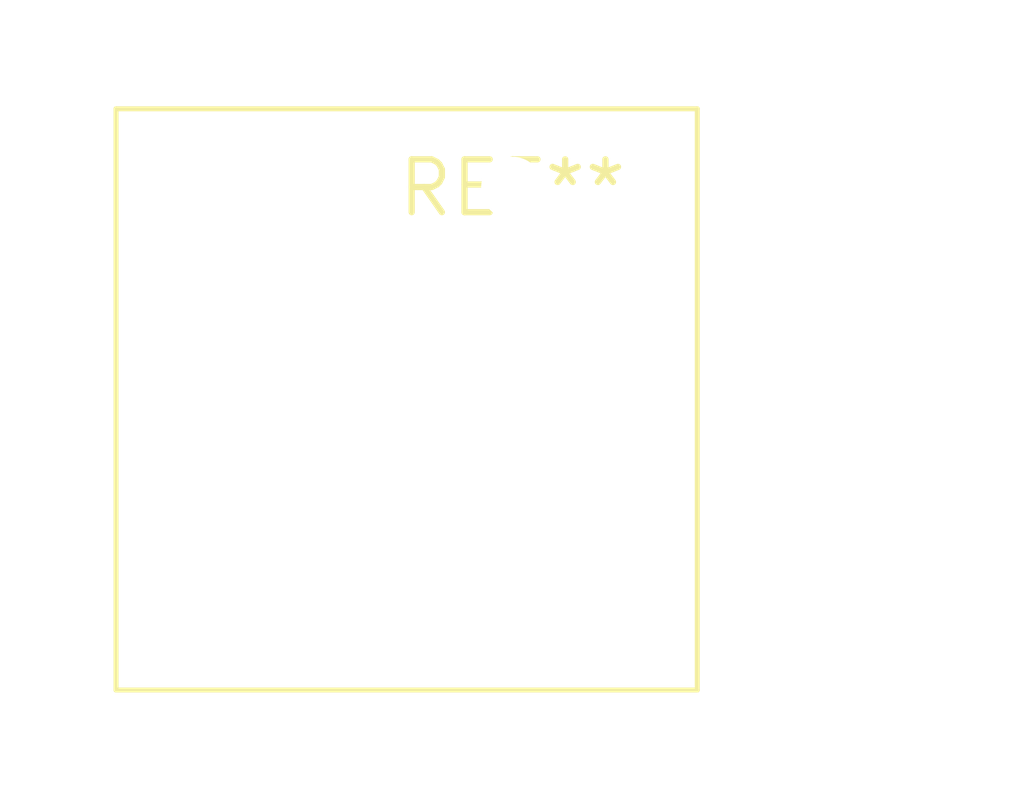
<source format=kicad_pcb>
(kicad_pcb (version 20240108) (generator pcbnew)
  (layers (0 "F.Cu" signal) (31 "B.Cu" signal) (34 "B.Paste" user) (35 "F.Paste" user) (36 "B.SilkS" user "B.Silkscreen") (37 "F.SilkS" user "F.Silkscreen") (38 "B.Mask" user) (39 "F.Mask" user) (44 "Edge.Cuts" user))
  (net 0 "")
  (footprint "SW_Cherry_MX_1.00u_PCB" (layer "F.Cu") (at 0 0)
    (property "Reference" "REF**")
    (property "Value" "SW_Cherry_MX_1.00u_PCB")
    (fp_line (start -9.525 -1.905) (end 4.445 -1.905) (layer "F.SilkS") (stroke (width 0.12)))
    (fp_line (start -9.525 12.065) (end -9.525 -1.905) (layer "F.SilkS") (stroke (width 0.12)))
    (fp_line (start 4.445 -1.905) (end 4.445 12.065) (layer "F.SilkS") (stroke (width 0.12)))
    (fp_line (start 4.445 12.065) (end -9.525 12.065) (layer "F.SilkS") (stroke (width 0.12)))
    (pad "" np_thru_hole circle (at -7.62 5.08) (size 1.7 1.7) (drill 1.7) (layers *.Cu *.Mask))
    (pad "" np_thru_hole circle (at -2.54 5.08) (size 4 4) (drill 4) (layers *.Cu *.Mask))
    (pad "" np_thru_hole circle (at 2.54 5.08) (size 1.7 1.7) (drill 1.7) (layers *.Cu *.Mask))
    (pad "1" thru_hole circle (at 0 0) (size 2.2 2.2) (drill 1.5) (layers *.Cu *.Mask) (remove_unused_layers))
    (pad "2" thru_hole circle (at -6.35 2.54) (size 2.2 2.2) (drill 1.5) (layers *.Cu *.Mask) (remove_unused_layers))
  )
)
</source>
